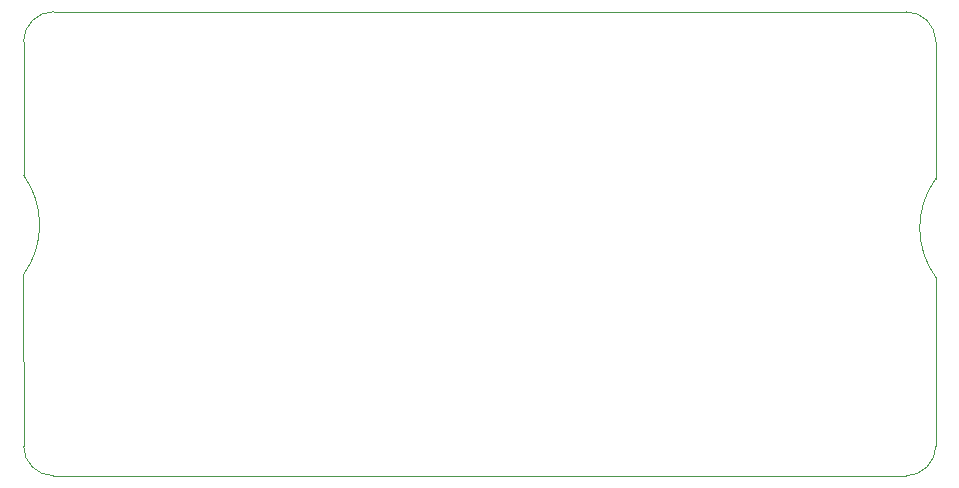
<source format=gm1>
G04 #@! TF.GenerationSoftware,KiCad,Pcbnew,(7.0.0-0)*
G04 #@! TF.CreationDate,2024-01-14T16:53:11+09:00*
G04 #@! TF.ProjectId,SCSIRIDER2_db25:f_gh,53435349-5249-4444-9552-325f64623235,rev?*
G04 #@! TF.SameCoordinates,Original*
G04 #@! TF.FileFunction,Profile,NP*
%FSLAX46Y46*%
G04 Gerber Fmt 4.6, Leading zero omitted, Abs format (unit mm)*
G04 Created by KiCad (PCBNEW (7.0.0-0)) date 2024-01-14 16:53:11*
%MOMM*%
%LPD*%
G01*
G04 APERTURE LIST*
G04 #@! TA.AperFunction,Profile*
%ADD10C,0.100000*%
G04 #@! TD*
G04 APERTURE END LIST*
D10*
X180987053Y-124612156D02*
X180983962Y-138873964D01*
X103750003Y-115960003D02*
X103746054Y-104666054D01*
X103738610Y-124400431D02*
G75*
G03*
X103750003Y-115960003I-5830250J4228091D01*
G01*
X180990008Y-116260007D02*
G75*
G03*
X180987053Y-124612156I5705092J-4178093D01*
G01*
X106286054Y-102126054D02*
G75*
G03*
X103746054Y-104666054I46J-2540046D01*
G01*
X103750185Y-138893926D02*
X103738609Y-124400430D01*
X180990003Y-116260003D02*
X180990003Y-104666054D01*
X178443952Y-141420000D02*
X106276082Y-141415897D01*
X103750177Y-138893926D02*
G75*
G03*
X106276082Y-141419823I2525923J26D01*
G01*
X106286054Y-102126054D02*
X178450003Y-102126054D01*
X180989946Y-104666054D02*
G75*
G03*
X178450003Y-102126054I-2539946J54D01*
G01*
X178443952Y-141419998D02*
G75*
G03*
X180989998Y-138873964I-52J2546098D01*
G01*
M02*

</source>
